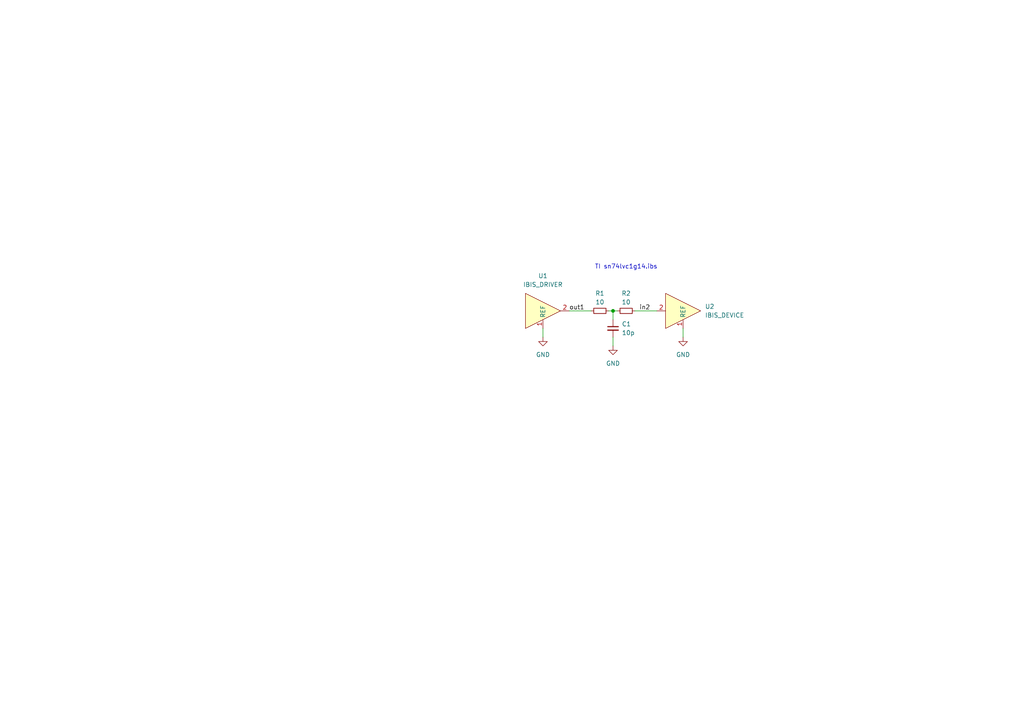
<source format=kicad_sch>
(kicad_sch (version 20231120) (generator "eeschema") (generator_version "7.99")
  (paper "A4")
  (lib_symbols
    (symbol "Device:C_Small" (pin_numbers hide) (pin_names (offset 0.254) hide)
      (property "Reference" "C" (at 0.254 1.778 0))
      (property "Value" "C_Small" (at 0.254 -2.032 0))
      (symbol "C_Small_0_1"
        (polyline (pts (xy -1.524 -0.508) (xy 1.524 -0.508)) (stroke (width 0.3302)))
        (polyline (pts (xy -1.524 0.508) (xy 1.524 0.508)) (stroke (width 0.3048)))
      )
      (symbol "C_Small_1_1"
        (pin passive line (at 0 2.54 270) (length 2.032) (name "~") (number "1"))
        (pin passive line (at 0 -2.54 90) (length 2.032) (name "~") (number "2"))
      )
    )
    (symbol "Device:R_Small" (pin_numbers hide) (pin_names (offset 0.254) hide)
      (property "Reference" "R" (at 0.762 0.508 0))
      (property "Value" "R_Small" (at 0.762 -1.016 0))
      (symbol "R_Small_0_1"
        (rectangle (start -0.762 1.778) (end 0.762 -1.778) (stroke (width 0.2032)))
      )
      (symbol "R_Small_1_1"
        (pin passive line (at 0 2.54 270) (length 0.762) (name "~") (number "1"))
        (pin passive line (at 0 -2.54 90) (length 0.762) (name "~") (number "2"))
      )
    )
    (symbol "Simulation_SPICE:IBIS_DEVICE"
      (property "Reference" "U?" (at 6.35 0.635 0))
      (property "Value" "IBIS_DEVICE" (at 6.35 -1.905 0))
      (symbol "IBIS_DEVICE_0_1"
        (polyline (pts (xy 5.08 0) (xy -5.08 5.08) (xy -5.08 -5.08) (xy 5.08 0)) (fill (type background)))
      )
      (symbol "IBIS_DEVICE_1_1"
        (pin power_in line (at 0 -5.08 90) (length 2.54) (name "REF") (number "1"))
        (pin input line (at -7.62 0 0) (length 2.54) (name "") (number "2"))
      )
    )
    (symbol "Simulation_SPICE:IBIS_DRIVER"
      (property "Reference" "U?" (at 0 8.89 0))
      (property "Value" "IBIS_DRIVER" (at 0 6.35 0))
      (symbol "IBIS_DRIVER_0_1"
        (polyline (pts (xy 5.08 0) (xy -5.08 5.08) (xy -5.08 -5.08) (xy 5.08 0)) (fill (type background)))
      )
      (symbol "IBIS_DRIVER_1_1"
        (pin power_in line (at 0 -5.08 90) (length 2.54) (name "REF") (number "1"))
        (pin bidirectional line (at 7.62 0 180) (length 2.54) (name "") (number "2"))
      )
    )
    (symbol "power:GND" (power) (pin_names (offset 0))
      (property "Value" "GND" (at 0 -3.81 0))
      (symbol "GND_0_1"
        (polyline (pts (xy 0 0) (xy 0 -1.27) (xy 1.27 -1.27) (xy 0 -2.54) (xy -1.27 -1.27) (xy 0 -1.27)))
      )
      (symbol "GND_1_1"
        (pin power_in line (at 0 0 270) (length 0) hide (name "GND") (number "1"))
      )
    )
  )
  (junction (at 177.8 90.17))
  (wire (pts (xy 165.1 90.17) (xy 171.45 90.17)))
  (wire (pts (xy 198.12 95.25) (xy 198.12 97.79)))
  (wire (pts (xy 176.53 90.17) (xy 177.8 90.17)))
  (wire (pts (xy 177.8 90.17) (xy 179.07 90.17)))
  (wire (pts (xy 157.48 95.25) (xy 157.48 97.79)))
  (wire (pts (xy 177.8 90.17) (xy 177.8 92.71)))
  (wire (pts (xy 184.15 90.17) (xy 190.5 90.17)))
  (wire (pts (xy 177.8 97.79) (xy 177.8 100.33)))
  (text "TI sn74lvc1g14.ibs" (at 181.61 77.47 0) (effects (font (size 1.27 1.27))))
  (label "in2" (at 185.42 90.17 0))
  (label "out1" (at 165.1 90.17 0))
  (symbol (lib_id "Simulation_SPICE:IBIS_DEVICE") (at 198.12 90.17 0) (unit 1)
    (property "Reference" "U2" (at 204.47 88.8999 0) (effects (justify left)))
    (property "Value" "IBIS_DEVICE" (at 204.47 91.4399 0) (effects (justify left)))
    (property "Datasheet" "https://ibis.org" (effects (hide yes)))
    (property "Description" "Device model for IBIS files. Pin 3 can be used to monitor the die potential" (effects (hide yes)))
    (property "Sim.Device" "IBIS" (effects (hide yes)))
    (property "Sim.Type" "DEVICE" (effects (hide yes)))
    (property "Sim.Pins" "1=GND 2=IN/OUT" (effects (hide yes)))
    (property "Sim.Library" "sn74lvc1g14.ibs" (effects (hide yes)))
    (property "Sim.Name" "LVC1G14_YEP" (effects (hide yes)))
    (property "Sim.Ibis.Pin" "2" (effects (hide yes)))
    (property "Sim.Ibis.Model" "LVC1G14_IN_33" (effects (hide yes)))
  )
  (symbol (lib_id "Device:C_Small") (at 177.8 95.25 0) (unit 1)
    (property "Reference" "C1" (at 180.34 93.9862 0) (effects (justify left)))
    (property "Value" "10p" (at 180.34 96.5262 0) (effects (justify left)))
    (property "Description" "Unpolarized capacitor, small symbol" (effects (hide yes)))
  )
  (symbol (lib_id "power:GND") (at 157.48 97.79 0) (unit 1)
    (property "Reference" "#PWR02" (effects (hide yes)))
    (property "Value" "GND" (at 157.48 102.87 0))
    (property "Description" "Power symbol creates a global label with name \"GND\" , ground" (effects (hide yes)))
  )
  (symbol (lib_id "power:GND") (at 177.8 100.33 0) (unit 1)
    (property "Reference" "#PWR01" (effects (hide yes)))
    (property "Value" "GND" (at 177.8 105.41 0))
    (property "Description" "Power symbol creates a global label with name \"GND\" , ground" (effects (hide yes)))
  )
  (symbol (lib_id "Device:R_Small") (at 181.61 90.17 90) (unit 1)
    (property "Reference" "R2" (at 181.61 85.09 90))
    (property "Value" "10" (at 181.61 87.63 90))
    (property "Description" "Resistor, small symbol" (effects (hide yes)))
  )
  (symbol (lib_id "Simulation_SPICE:IBIS_DRIVER") (at 157.48 90.17 0) (unit 1)
    (property "Reference" "U1" (at 157.48 80.01 0))
    (property "Value" "IBIS_DRIVER" (at 157.48 82.55 0))
    (property "Datasheet" "https://ibis.org" (effects (hide yes)))
    (property "Description" "Driver model for IBIS files." (effects (hide yes)))
    (property "Sim.Device" "IBIS" (effects (hide yes)))
    (property "Sim.Type" "RECTDRIVER" (effects (hide yes)))
    (property "Sim.Pins" "1=GND 2=IN/OUT" (effects (hide yes)))
    (property "Sim.Library" "sn74lvc1g14.ibs" (effects (hide yes)))
    (property "Sim.Name" "LVC1G14_YEP" (effects (hide yes)))
    (property "Sim.Ibis.Pin" "4" (effects (hide yes)))
    (property "Sim.Ibis.Model" "LVC1G14_OUT_33" (effects (hide yes)))
    (property "Sim.Params" "ton=5e-9 toff=5e-9 td=1e-9 n=3" (effects (hide yes)))
  )
  (symbol (lib_id "Device:R_Small") (at 173.99 90.17 90) (unit 1)
    (property "Reference" "R1" (at 173.99 85.09 90))
    (property "Value" "10" (at 173.99 87.63 90))
    (property "Description" "Resistor, small symbol" (effects (hide yes)))
  )
  (symbol (lib_id "power:GND") (at 198.12 97.79 0) (unit 1)
    (property "Reference" "#PWR03" (effects (hide yes)))
    (property "Value" "GND" (at 198.12 102.87 0))
    (property "Description" "Power symbol creates a global label with name \"GND\" , ground" (effects (hide yes)))
  )
)
</source>
